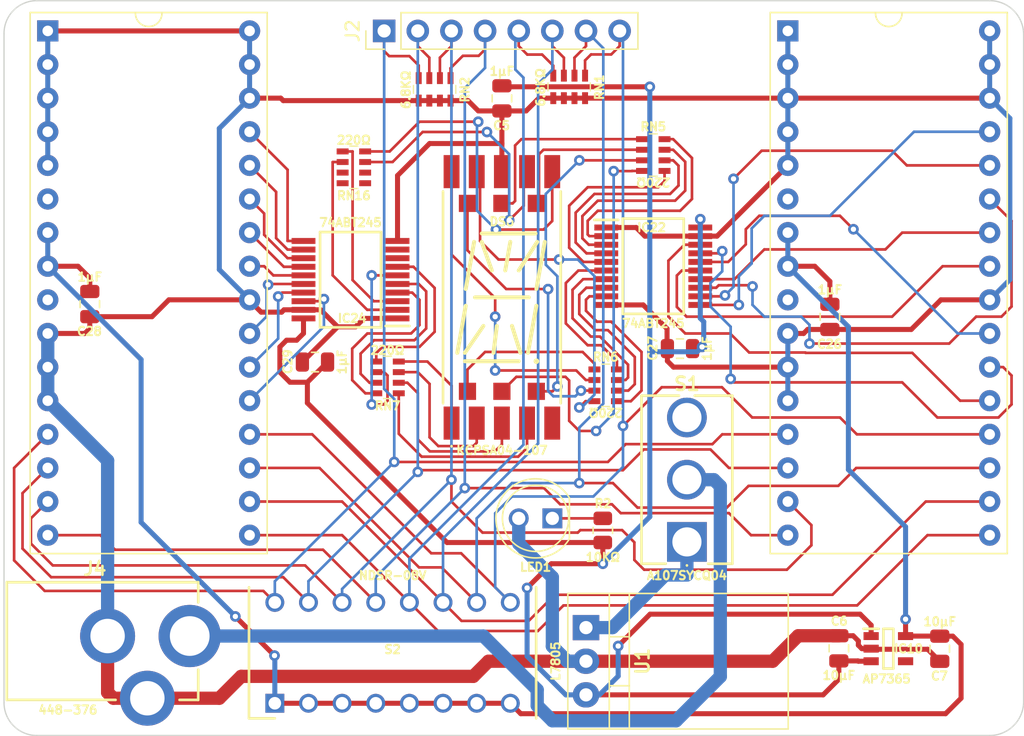
<source format=kicad_pcb>
(kicad_pcb (version 20241229) (generator "pcbnew") (generator_version "9.0")
  (title_block (title "LCD 14 Segment Tester") (date "2024-02-15") (rev "V0"))
  (layers (0 "F.Cu" signal) (2 "B.Cu" signal) (13 "F.Paste" user) (15 "B.Paste" user) (5 "F.SilkS" user "F.Silkscreen") (7 "B.SilkS" user "B.Silkscreen") (1 "F.Mask" user) (3 "B.Mask" user) (25 "Edge.Cuts" user))
  (net 0 "")
  (net 1 "/GND")
  (net 2 "/12V Socket")
  (net 3 "Net-(LED1-K)")
  (net 5 "/3.3V")
  (net 6 "/5V")
  (net 7 "OP1")
  (net 8 "OP3")
  (net 9 "OP5")
  (net 10 "OP7")
  (net 11 "OP6")
  (net 12 "OP4")
  (net 13 "OP2")
  (net 14 "OP0")
  (net 16 "/Left Opcode/LED Ω E-Seg")
  (net 18 "/Left Opcode/LED Ω K-Seg")
  (net 19 "/Left Opcode/LED Ω A-Seg")
  (net 20 "/Left Opcode/LED Ω F-Seg")
  (net 21 "/Left Opcode/LED Ω J-Seg")
  (net 22 "/Left Opcode/LED Ω B-Seg")
  (net 23 "/Left Opcode/LED Ω G-Seg")
  (net 24 "/Left Opcode/LED Ω N-Seg")
  (net 25 "/Left Opcode/LED Ω C-Seg")
  (net 26 "/Left Opcode/LED Ω D-Seg")
  (net 27 "/Left Opcode/LED Ω H-Seg")
  (net 28 "/Left Opcode/LED Ω L-Seg")
  (net 29 "/Left Opcode/LED Ω P-Seg")
  (net 30 "/Left Opcode/LED Ω M-Seg")
  (net 31 "Net-(IC21-DQ2)")
  (net 32 "Net-(IC21-DQ7)")
  (net 33 "Net-(IC21-DQ1)")
  (net 34 "Net-(IC21-DQ0)")
  (net 35 "Net-(IC21-DQ5)")
  (net 36 "Net-(IC21-DQ3)")
  (net 39 "Net-(IC21-DQ6)")
  (net 40 "Net-(IC21-DQ4)")
  (net 41 "/Left Opcode/LED A-Seg")
  (net 42 "/Left Opcode/LED G-Seg")
  (net 43 "/Left Opcode/LED B-Seg")
  (net 44 "/Left Opcode/LED C-Seg")
  (net 45 "/Left Opcode/LED E-Seg")
  (net 46 "/Left Opcode/LED D-Seg")
  (net 47 "/Left Opcode/LED F-Seg")
  (net 48 "/Left Opcode/LED H-Seg")
  (net 50 "Net-(IC23-DQ6)")
  (net 51 "Net-(IC23-DQ3)")
  (net 52 "Net-(IC23-DQ5)")
  (net 53 "Net-(IC23-DQ1)")
  (net 54 "Net-(IC23-DQ7)")
  (net 55 "Net-(IC23-DQ2)")
  (net 56 "Net-(IC23-DQ0)")
  (net 58 "Net-(IC23-DQ4)")
  (net 59 "/Left Opcode/LED P-Seg")
  (net 60 "/Left Opcode/LED J-Seg")
  (net 61 "/Left Opcode/LED K-Seg")
  (net 63 "/Left Opcode/LED M-Seg")
  (net 64 "/Left Opcode/LED N-Seg")
  (net 66 "/Left Opcode/LED L-Seg")
  (net 71 "/12V")
  (footprint "SamacSys_Parts:CAY16-F4" (layer "F.Cu") (at 46.99 -38.862 180)
    (property "Reference" "RN5")
    (property "Value" "CAY16-221J4LF" (hide yes))
  )
  (footprint "SamacSys_Parts:CAY16-F4" (layer "F.Cu") (at 26.924 -22.098)
    (property "Reference" "RN7")
    (property "Value" "CAY16-221J4LF" (hide yes))
  )
  (footprint "SamacSys_Parts:A107SYCQ04" (layer "F.Cu") (at 49.53 -9.652)
    (property "Reference" "S1")
    (property "Value" "A107SYCQ04")
  )
  (footprint "SamacSys_Parts:CAY16-J4" (layer "F.Cu") (at 30.48 -43.815 90)
    (property "Reference" "RN2")
    (property "Value" "CAY16-682J4LF" (hide yes))
  )
  (footprint "SamacSys_Parts:C_0805" (layer "F.Cu") (at 35.56 -43.18 180)
    (property "Reference" "C5")
    (property "Value" "1μF")
  )
  (footprint "SamacSys_Parts:R_0805" (layer "F.Cu") (at 43.19 -10.5175)
    (property "Reference" "R2")
    (property "Value" "10KΩ")
  )
  (footprint "SamacSys_Parts:448376" (layer "F.Cu") (at 0.762 -2.54 180)
    (property "Reference" "J4")
    (property "Value" "448-376")
  )
  (footprint "SamacSys_Parts:C_0805" (layer "F.Cu") (at 61.002 -1.595)
    (property "Reference" "C6")
    (property "Value" "10µF")
  )
  (footprint "SamacSys_Parts:TO-220-3_Vertical" (layer "F.Cu") (at 41.91 -3.175 -90)
    (property "Reference" "U1")
    (property "Value" "L7805")
  )
  (footprint "SamacSys_Parts:C_0805" (layer "F.Cu") (at 60.325 -26.67 180)
    (property "Reference" "C26")
    (property "Value" "1μF")
  )
  (footprint "SamacSys_Parts:SOT95P285X130-5N" (layer "F.Cu") (at 64.74 -1.585)
    (property "Reference" "IC10")
    (property "Value" "AP7365-33WG-7" (hide yes))
  )
  (footprint "SamacSys_Parts:DIPS762W77P254L2168H585Q16N" (layer "F.Cu") (at 18.415 2.54 90)
    (property "Reference" "S2")
    (property "Value" "NDSR-08V")
  )
  (footprint "SamacSys_Parts:C_0805" (layer "F.Cu") (at 4.445 -27.636 180)
    (property "Reference" "C28")
    (property "Value" "1μF")
  )
  (footprint "SamacSys_Parts:C_0805" (layer "F.Cu") (at 21.463 -23.241 90)
    (property "Reference" "C29")
    (property "Value" "1μF")
  )
  (footprint "SamacSys_Parts:C_0805" (layer "F.Cu") (at 68.622 -1.595 180)
    (property "Reference" "C7")
    (property "Value" "10µF")
  )
  (footprint "SamacSys_Parts:SOP65P780X200-20N" (layer "F.Cu") (at 46.99 -30.48)
    (property "Reference" "IC22")
    (property "Value" "SN74ABT245BDBR" (hide yes))
  )
  (footprint "SamacSys_Parts:CAY16-F4" (layer "F.Cu") (at 43.395 -21.463 180)
    (property "Reference" "RN6")
    (property "Value" "CAY16-221J4LF" (hide yes))
  )
  (footprint "SamacSys_Parts:C_0805" (layer "F.Cu") (at 49.022 -24.257 90)
    (property "Reference" "C27")
    (property "Value" "1μF")
  )
  (footprint "SamacSys_Parts:CAY16-F4" (layer "F.Cu") (at 24.384 -37.973)
    (property "Reference" "RN16")
    (property "Value" "CAY16-221J4LF" (hide yes))
  )
  (footprint "SamacSys_Parts:KCPSA04107" (layer "F.Cu") (at 35.56 -28.129)
    (property "Reference" "DS6")
    (property "Value" "KCPSA04-107" (hide yes))
  )
  (footprint "SamacSys_Parts:LED_D5.0mm" (layer "F.Cu") (at 39.37 -11.43 180)
    (property "Reference" "LED1")
    (property "Value" "Red")
  )
  (footprint "Connector_PinHeader_2.54mm:PinHeader_1x08_P2.54mm_Vertical" (layer "F.Cu") (at 26.67 -48.26 90)
    (property "Reference" "J2")
    (property "Value" "Conn_01x08_Pin")
  )
  (footprint "SamacSys_Parts:CAY16-J4" (layer "F.Cu") (at 40.64 -44.001 90)
    (property "Reference" "RN1")
    (property "Value" "CAY16-682J4LF" (hide yes))
  )
  (footprint "SamacSys_Parts:SOP65P780X200-20N" (layer "F.Cu") (at 24.13 -29.464 180)
    (property "Reference" "IC24")
    (property "Value" "SN74ABT245BDBR" (hide yes))
  )
  (footprint "SamacSys_Parts:DIP-32_TSSOP_14mm_Adapter" (layer "F.Cu") (at 57.15 -48.26)
    (property "Reference" "IC21" (hide yes))
    (property "Value" "SST39VF010-70-4I-WHE" (hide yes))
  )
  (footprint "SamacSys_Parts:DIP-32_TSSOP_14mm_Adapter" (layer "F.Cu") (at 1.27 -48.26)
    (property "Reference" "IC23" (hide yes))
    (property "Value" "SST39VF010-70-4I-WHE" (hide yes))
  )
  (gr_line (start -2.032 2.499415) (end -2.032 -48.0695) (stroke (width 0.1)) (layer "Edge.Cuts"))
  (gr_arc (start 72.39 -50.546) (mid 74.202249 -49.795339) (end 74.952915 -47.983085) (stroke (width 0.1)) (layer "Edge.Cuts"))
  (gr_arc (start 74.952915 2.413) (mid 74.202255 4.225255) (end 72.39 4.975915) (stroke (width 0.1)) (layer "Edge.Cuts"))
  (gr_arc (start 0.4445 4.975915) (mid -1.30665 4.250565) (end -2.032 2.499415) (stroke (width 0.1)) (layer "Edge.Cuts"))
  (gr_arc (start -2.032 -48.0695) (mid -1.30665 -49.82065) (end 0.4445 -50.546) (stroke (width 0.1)) (layer "Edge.Cuts"))
  (gr_line (start 0.4445 -50.546) (end 72.39 -50.546) (stroke (width 0.1)) (layer "Edge.Cuts"))
  (gr_line (start 74.952915 2.413) (end 74.952915 -47.983085) (stroke (width 0.1)) (layer "Edge.Cuts"))
  (gr_line (start 72.39 4.975915) (end 0.4445 4.975915) (stroke (width 0.1)) (layer "Edge.Cuts"))
  (segment (start 35.56 -39.751) (end 30.099 -39.751) (width 0.38) (layer "F.Cu") (net 1))
  (segment (start 50.54 -32.755) (end 51.805 -32.755) (width 0.38) (layer "F.Cu") (net 1))
  (segment (start 30.08 -42.994) (end 30.88 -42.994) (width 0.38) (layer "F.Cu") (net 1))
  (segment (start 56.007 -0.635) (end 57.933 -2.561) (width 1) (layer "F.Cu") (net 1))
  (segment (start 62.475 -1.845) (end 62.735 -1.585) (width 0.38) (layer "F.Cu") (net 1))
  (segment (start 20.58 -27.189) (end 19.1096 -27.189) (width 0.38) (layer "F.Cu") (net 1))
  (segment (start 16.51 -43.18) (end 18.864 -43.18) (width 0.38) (layer "F.Cu") (net 1))
  (segment (start 45.7028 -33.405) (end 46.3528 -32.755) (width 0.38) (layer "F.Cu") (net 1))
  (segment (start 34.544 -0.635) (end 41.91 -0.635) (width 1) (layer "F.Cu") (net 1))
  (segment (start 67.7129 -1.5381) (end 68.622 -0.629) (width 0.38) (layer "F.Cu") (net 1))
  (segment (start 41.84 -43.18) (end 57.15 -43.18) (width 0.38) (layer "F.Cu") (net 1))
  (segment (start 19.1096 -27.189) (end 18.9318 -27.0112) (width 0.38) (layer "F.Cu") (net 1))
  (segment (start 39.44 -43.18) (end 38.354 -43.18) (width 0.38) (layer "F.Cu") (net 1))
  (segment (start 41.04 -43.18) (end 41.84 -43.18) (width 0.38) (layer "F.Cu") (net 1))
  (segment (start 48.0297 -25.7573) (end 48.0297 -24.257) (width 0.38) (layer "F.Cu") (net 1))
  (segment (start 23.1584 -25.9024) (end 20.497 -23.241) (width 0.38) (layer "F.Cu") (net 1))
  (segment (start 43.44 -27.555) (end 46.232 -27.555) (width 0.38) (layer "F.Cu") (net 1))
  (segment (start 23.1584 -25.9024) (end 24.5094 -25.9024) (width 0.38) (layer "F.Cu") (net 1))
  (segment (start 46.3528 -32.755) (end 50.54 -32.755) (width 0.38) (layer "F.Cu") (net 1))
  (segment (start 46.232 -27.555) (end 48.0297 -25.7573) (width 0.38) (layer "F.Cu") (net 1))
  (segment (start 48.056 -23.318) (end 48.514 -22.86) (width 0.38) (layer "F.Cu") (net 1))
  (segment (start 66.471 -25.704) (end 60.325 -25.704) (width 0.38) (layer "F.Cu") (net 1))
  (segment (start 58.3417 -25.4) (end 58.6457 -25.704) (width 0.38) (layer "F.Cu") (net 1))
  (segment (start 61.002 -2.561) (end 62.082 -2.561) (width 0.38) (layer "F.Cu") (net 1))
  (segment (start 30.88 -42.994) (end 31.68 -42.994) (width 0.38) (layer "F.Cu") (net 1))
  (segment (start 4.064 -25.4) (end 4.445 -25.781) (width 0.38) (layer "F.Cu") (net 1))
  (segment (start 4.445 -25.781) (end 4.445 -26.67) (width 0.38) (layer "F.Cu") (net 1))
  (segment (start 21.8717 -27.189) (end 20.58 -27.189) (width 0.38) (layer "F.Cu") (net 1))
  (segment (start 10.414 -27.94) (end 9.144 -26.67) (width 0.38) (layer "F.Cu") (net 1))
  (segment (start 39.44 -43.18) (end 40.24 -43.18) (width 0.38) (layer "F.Cu") (net 1))
  (segment (start 72.39 -43.18) (end 57.15 -43.18) (width 0.38) (layer "F.Cu") (net 1))
  (segment (start 31.68 -42.994) (end 33.002 -42.994) (width 0.38) (layer "F.Cu") (net 1))
  (segment (start 68.707 -27.94) (end 66.471 -25.704) (width 0.38) (layer "F.Cu") (net 1))
  (segment (start 62.735 -1.585) (end 63.44 -1.585) (width 0.38) (layer "F.Cu") (net 1))
  (segment (start 43.44 -33.405) (end 45.7028 -33.405) (width 0.38) (layer "F.Cu") (net 1))
  (segment (start 1.27 -25.4) (end 4.064 -25.4) (width 0.38) (layer "F.Cu") (net 1))
  (segment (start 57.933 -2.561) (end 61.002 -2.561) (width 1) (layer "F.Cu") (net 1))
  (segment (start 24.5094 -25.9024) (end 25.146 -26.539) (width 0.38) (layer "F.Cu") (net 1))
  (segment (start 38.354 -43.18) (end 37.388 -42.214) (width 0.38) (layer "F.Cu") (net 1))
  (segment (start 30.099 -39.751) (end 27.68 -37.332) (width 0.38) (layer "F.Cu") (net 1))
  (segment (start 8.7888 2.16) (end 14.223 2.16) (width 1) (layer "F.Cu") (net 1))
  (segment (start 27.68 -26.539) (end 25.146 -26.539) (width 0.38) (layer "F.Cu") (net 1))
  (segment (start 37.388 -42.214) (end 35.56 -42.214) (width 0.38) (layer "F.Cu") (net 1))
  (segment (start 1.27 -48.26) (end 16.51 -48.26) (width 0.38) (layer "F.Cu") (net 1))
  (segment (start 27.68 -37.332) (end 27.68 -32.389) (width 0.38) (layer "F.Cu") (net 1))
  (segment (start 72.39 -27.94) (end 68.707 -27.94) (width 0.38) (layer "F.Cu") (net 1))
  (segment (start 5.788799 1.724799) (end 5.788799 -2.54) (width 1) (layer "F.Cu") (net 1))
  (segment (start 35.56 -42.214) (end 33.782 -42.214) (width 0.38) (layer "F.Cu") (net 1))
  (segment (start 29.28 -42.994) (end 30.08 -42.994) (width 0.38) (layer "F.Cu") (net 1))
  (segment (start 19.05 -42.994) (end 29.28 -42.994) (width 0.38) (layer "F.Cu") (net 1))
  (segment (start 35.56 -39.751) (end 35.56 -42.214) (width 0.38) (layer "F.Cu") (net 1))
  (segment (start 48.514 -22.86) (end 57.15 -22.86) (width 0.38) (layer "F.Cu") (net 1))
  (segment (start 35.56 -37.629) (end 35.56 -39.751) (width 0.38) (layer "F.Cu") (net 1))
  (segment (start 33.401 0.508) (end 34.544 -0.635) (width 1) (layer "F.Cu") (net 1))
  (segment (start 41.91 -0.635) (end 56.007 -0.635) (width 1) (layer "F.Cu") (net 1))
  (segment (start 8.7888 2.16) (end 6.224 2.16) (width 1) (layer "F.Cu") (net 1))
  (segment (start 16.452 -27.94) (end 10.414 -27.94) (width 0.38) (layer "F.Cu") (net 1))
  (segment (start 58.6457 -25.704) (end 60.325 -25.704) (width 0.38) (layer "F.Cu") (net 1))
  (segment (start 40.24 -43.18) (end 41.04 -43.18) (width 0.38) (layer "F.Cu") (net 1))
  (segment (start 18.864 -43.18) (end 19.05 -42.994) (width 0.38) (layer "F.Cu") (net 1))
  (segment (start 14.223 2.16) (end 15.875 0.508) (width 1) (layer "F.Cu") (net 1))
  (segment (start 17.3808 -27.0112) (end 16.452 -27.94) (width 0.38) (layer "F.Cu") (net 1))
  (segment (start 18.9318 -27.0112) (end 17.3808 -27.0112) (width 0.38) (layer "F.Cu") (net 1))
  (segment (start 6.224 2.16) (end 5.788799 1.724799) (width 1) (layer "F.Cu") (net 1))
  (segment (start 15.875 0.508) (end 33.401 0.508) (width 1) (layer "F.Cu") (net 1))
  (segment (start 51.805 -32.755) (end 57.15 -38.1) (width 0.38) (layer "F.Cu") (net 1))
  (segment (start 48.056 -24.257) (end 48.056 -23.318) (width 0.38) (layer "F.Cu") (net 1))
  (segment (start 62.475 -2.168) (end 62.475 -1.845) (width 0.38) (layer "F.Cu") (net 1))
  (segment (start 57.15 -25.4) (end 58.3417 -25.4) (width 0.38) (layer "F.Cu") (net 1))
  (segment (start 33.002 -42.994) (end 33.782 -42.214) (width 0.38) (layer "F.Cu") (net 1))
  (segment (start 62.082 -2.561) (end 62.475 -2.168) (width 0.38) (layer "F.Cu") (net 1))
  (segment (start 63.4869 -1.5381) (end 67.7129 -1.5381) (width 0.38) (layer "F.Cu") (net 1))
  (segment (start 23.1584 -25.9024) (end 21.8717 -27.189) (width 0.38) (layer "F.Cu") (net 1))
  (segment (start 9.144 -26.67) (end 4.445 -26.67) (width 0.38) (layer "F.Cu") (net 1))
  (segment (start 57.15 -43.18) (end 57.15 -45.72) (width 0.38) (layer "B.Cu") (net 1))
  (segment (start 39.37 -1.7625) (end 39.37 -6.985) (width 1) (layer "B.Cu") (net 1))
  (segment (start 72.39 -43.18) (end 73.914 -41.656) (width 0.38) (layer "B.Cu") (net 1))
  (segment (start 14.224 -30.226) (end 16.51 -27.94) (width 0.38) (layer "B.Cu") (net 1))
  (segment (start 72.39 -48.26) (end 72.39 -45.72) (width 0.38) (layer "B.Cu") (net 1))
  (segment (start 1.27 -22.86) (end 1.27 -25.4) (width 1) (layer "B.Cu") (net 1))
  (segment (start 5.788799 -15.801201) (end 1.27 -20.32) (width 1) (layer "B.Cu") (net 1))
  (segment (start 16.51 -45.72) (end 16.51 -43.18) (width 0.38) (layer "B.Cu") (net 1))
  (segment (start 57.15 -45.72) (end 57.15 -48.26) (width 0.38) (layer "B.Cu") (net 1))
  (segment (start 16.51 -48.26) (end 16.51 -45.72) (width 0.38) (layer "B.Cu") (net 1))
  (segment (start 57.15 -20.32) (end 57.15 -22.86) (width 0.38) (layer "B.Cu") (net 1))
  (segment (start 72.39 -45.72) (end 72.39 -43.18) (width 0.38) (layer "B.Cu") (net 1))
  (segment (start 1.27 -40.64) (end 1.27 -43.18) (width 0.38) (layer "B.Cu") (net 1))
  (segment (start 57.15 -38.1) (end 57.15 -40.64) (width 0.38) (layer "B.Cu") (net 1))
  (segment (start 73.914 -29.464) (end 72.39 -27.94) (width 0.38) (layer "B.Cu") (net 1))
  (segment (start 5.788799 -2.54) (end 5.788799 -15.801201) (width 1) (layer "B.Cu") (net 1))
  (segment (start 1.27 -45.72) (end 1.27 -48.26) (width 0.38) (layer "B.Cu") (net 1))
  (segment (start 16.51 -43.18) (end 14.224 -40.894) (width 0.38) (layer "B.Cu") (net 1))
  (segment (start 40.4975 -0.635) (end 39.37 -1.7625) (width 1) (layer "B.Cu") (net 1))
  (segment (start 57.15 -40.64) (end 57.15 -43.18) (width 0.38) (layer "B.Cu") (net 1))
  (segment (start 1.27 -43.18) (end 1.27 -45.72) (width 0.38) (layer "B.Cu") (net 1))
  (segment (start 14.224 -40.894) (end 14.224 -30.226) (width 0.38) (layer "B.Cu") (net 1))
  (segment (start 39.37 -6.985) (end 36.83 -9.525) (width 1) (layer "B.Cu") (net 1))
  (segment (start 36.83 -9.525) (end 36.83 -11.43) (width 1) (layer "B.Cu") (net 1))
  (segment (start 41.91 -0.635) (end 40.4975 -0.635) (width 1) (layer "B.Cu") (net 1))
  (segment (start 57.15 -22.86) (end 57.15 -25.4) (width 0.38) (layer "B.Cu") (net 1))
  (segment (start 1.27 -20.32) (end 1.27 -22.86) (width 1) (layer "B.Cu") (net 1))
  (segment (start 1.27 -38.1) (end 1.27 -40.64) (width 0.38) (layer "B.Cu") (net 1))
  (segment (start 73.914 -41.656) (end 73.914 -29.464) (width 0.38) (layer "B.Cu") (net 1))
  (segment (start 38.227 1.524) (end 38.227 2.7183) (width 1) (layer "B.Cu") (net 2))
  (segment (start 52.0522 -13.8608) (end 51.562 -14.351) (width 1) (layer "B.Cu") (net 2))
  (segment (start 52.0522 0.5258) (end 52.0522 -13.8608) (width 1) (layer "B.Cu") (net 2))
  (segment (start 38.227 2.7183) (end 39.37 3.8613) (width 1) (layer "B.Cu") (net 2))
  (segment (start 39.37 3.8613) (end 48.7167 3.8613) (width 1) (layer "B.Cu") (net 2))
  (segment (start 48.7167 3.8613) (end 52.0522 0.5258) (width 1) (layer "B.Cu") (net 2))
  (segment (start 34.163 -2.54) (end 38.227 1.524) (width 1) (layer "B.Cu") (net 2))
  (segment (start 51.562 -14.351) (end 49.53 -14.351) (width 1) (layer "B.Cu") (net 2))
  (segment (start 11.9888 -2.54) (end 34.163 -2.54) (width 1) (layer "B.Cu") (net 2))
  (segment (start 39.37 -11.43) (end 43.18 -11.43) (width 0.2) (layer "F.Cu") (net 3))
  (segment (start 70.231 2.159) (end 69.0616 3.3284) (width 0.38) (layer "F.Cu") (net 5))
  (segment (start 70.231 -1.905) (end 70.231 2.159) (width 0.38) (layer "F.Cu") (net 5))
  (segment (start 66.04 -2.535) (end 68.616 -2.535) (width 0.38) (layer "F.Cu") (net 5))
  (segment (start 33.655 2.54) (end 36.195 2.54) (width 0.38) (layer "F.Cu") (net 5))
  (segment (start 3.556 -30.48) (end 4.445 -29.591) (width 0.38) (layer "F.Cu") (net 5))
  (segment (start 20.955 2.54) (end 18.415 2.54) (width 0.38) (layer "F.Cu") (net 5))
  (segment (start 60.325 -29.337) (end 60.325 -27.604) (width 0.38) (layer "F.Cu") (net 5))
  (segment (start 33.655 2.54) (end 31.115 2.54) (width 0.38) (layer "F.Cu") (net 5))
  (segment (start 31.115 2.54) (end 28.575 2.54) (width 0.38) (layer "F.Cu") (net 5))
  (segment (start 18.3911 -1.0618) (end 15.4347 -4.0182) (width 0.38) (layer "F.Cu") (net 5))
  (segment (start 36.9834 3.3284) (end 36.195 2.54) (width 0.38) (layer "F.Cu") (net 5))
  (segment (start 69.607 -2.529) (end 70.231 -1.905) (width 0.38) (layer "F.Cu") (net 5))
  (segment (start 59.182 -30.48) (end 60.325 -29.337) (width 0.38) (layer "F.Cu") (net 5))
  (segment (start 26.035 2.54) (end 23.495 2.54) (width 0.38) (layer "F.Cu") (net 5))
  (segment (start 1.27 -30.48) (end 3.556 -30.48) (width 0.38) (layer "F.Cu") (net 5))
  (segment (start 68.622 -2.529) (end 69.607 -2.529) (width 0.38) (layer "F.Cu") (net 5))
  (segment (start 23.495 2.54) (end 20.955 2.54) (width 0.38) (layer "F.Cu") (net 5))
  (segment (start 66.04 -2.535) (end 66.04 -3.81) (width 0.38) (layer "F.Cu") (net 5))
  (segment (start 57.15 -30.48) (end 59.182 -30.48) (width 0.38) (layer "F.Cu") (net 5))
  (segment (start 69.0616 3.3284) (end 36.9834 3.3284) (width 0.38) (layer "F.Cu") (net 5))
  (segment (start 4.445 -29.591) (end 4.445 -28.57) (width 0.38) (layer "F.Cu") (net 5))
  (segment (start 28.575 2.54) (end 26.035 2.54) (width 0.38) (layer "F.Cu") (net 5))
  (via (at 18.3911 -1.0618) (size 0.8) (drill 0.4) (layers "F.Cu" "B.Cu") (net 5))
  (via (at 66.04 -3.81) (size 0.8) (drill 0.4) (layers "F.Cu" "B.Cu") (net 5))
  (via (at 15.4347 -4.0182) (size 0.8) (drill 0.4) (layers "F.Cu" "B.Cu") (net 5))
  (segment (start 1.27 -30.48) (end 8.3185 -23.4315) (width 0.38) (layer "B.Cu") (net 5))
  (segment (start 57.15 -30.48) (end 61.722 -25.908) (width 0.38) (layer "B.Cu") (net 5))
  (segment (start 57.15 -30.48) (end 57.15 -33.02) (width 0.38) (layer "B.Cu") (net 5))
  (segment (start 18.415 -1.0379) (end 18.3911 -1.0618) (width 0.38) (layer "B.Cu") (net 5))
  (segment (start 61.722 -25.908) (end 61.722 -15.113) (width 0.38) (layer "B.Cu") (net 5))
  (segment (start 61.722 -15.113) (end 66.04 -10.795) (width 0.38) (layer "B.Cu") (net 5))
  (segment (start 66.04 -10.795) (end 66.04 -3.81) (width 0.38) (layer "B.Cu") (net 5))
  (segment (start 18.415 2.54) (end 18.415 -1.0379) (width 0.38) (layer "B.Cu") (net 5))
  (segment (start 1.27 -33.02) (end 1.27 -30.48) (width 0.38) (layer "B.Cu") (net 5))
  (segment (start 8.3185 -23.4315) (end 8.3185 -11.1344) (width 0.38) (layer "B.Cu") (net 5))
  (segment (start 8.3185 -11.1344) (end 15.4347 -4.0182) (width 0.38) (layer "B.Cu") (net 5))
  (segment (start 61.002 -0.661) (end 61.002 0.72) (width 0.38) (layer "F.Cu") (net 6))
  (segment (start 35.6357 -44.0383) (end 46.7279 -44.0383) (width 0.38) (layer "F.Cu") (net 6))
  (segment (start 61.002 0.72) (end 59.817 1.905) (width 0.38) (layer "F.Cu") (net 6))
  (segment (start 43.18 -9.605) (end 31.416 -9.605) (width 0.38) (layer "F.Cu") (net 6))
  (segment (start 20.873 -21.717) (end 19.558 -21.717) (width 0.38) (layer "F.Cu") (net 6))
  (segment (start 22.397 -23.241) (end 20.873 -21.717) (width 0.38) (layer "F.Cu") (net 6))
  (segment (start 37.4628 -6.1721) (end 39.2917 -8.001) (width 0.38) (layer "F.Cu") (net 6))
  (segment (start 63.44 -2.535) (end 63.44 -3.362) (width 0.38) (layer "F.Cu") (net 6))
  (segment (start 31.416 -9.605) (end 20.873 -20.148) (width 0.38) (layer "F.Cu") (net 6))
  (segment (start 62.4473 -0.661) (end 62.4733 -0.635) (width 0.38) (layer "F.Cu") (net 6))
  (segment (start 20.066 -24.892) (end 20.58 -25.406) (width 0.38) (layer "F.Cu") (net 6))
  (segment (start 19.558 -21.717) (end 18.796 -22.479) (width 0.38) (layer "F.Cu") (net 6))
  (segment (start 20.873 -20.148) (end 20.873 -21.717) (width 0.38) (layer "F.Cu") (net 6))
  (segment (start 62.4733 -0.635) (end 63.44 -0.635) (width 0.38) (layer "F.Cu") (net 6))
  (segment (start 18.796 -24.384) (end 19.304 -24.892) (width 0.38) (layer "F.Cu") (net 6))
  (segment (start 19.304 -24.892) (end 20.066 -24.892) (width 0.38) (layer "F.Cu") (net 6))
  (segment (start 39.2917 -8.001) (end 43.18 -8.001) (width 0.38) (layer "F.Cu") (net 6))
  (segment (start 50.54 -33.405) (end 50.54 -34.036) (width 0.38) (layer "F.Cu") (net 6))
  (segment (start 49.956 -24.257) (end 50.545996 -24.257) (width 0.38) (layer "F.Cu") (net 6))
  (segment (start 18.796 -22.479) (end 18.796 -24.384) (width 0.38) (layer "F.Cu") (net 6))
  (segment (start 61.002 -0.661) (end 62.4473 -0.661) (width 0.38) (layer "F.Cu") (net 6))
  (segment (start 50.545996 -24.257) (end 50.673 -24.384004) (width 0.38) (layer "F.Cu") (net 6))
  (segment (start 63.44 -3.362) (end 62.611 -4.191) (width 0.38) (layer "F.Cu") (net 6))
  (segment (start 46.7461 -4.191) (end 44.3401 -1.785) (width 0.38) (layer "F.Cu") (net 6))
  (segment (start 43.18 -9.605) (end 43.18 -8.001) (width 0.38) (layer "F.Cu") (net 6))
  (segment (start 20.58 -25.406) (end 20.58 -26.539) (width 0.38) (layer "F.Cu") (net 6))
  (segment (start 62.611 -4.191) (end 46.7461 -4.191) (width 0.38) (layer "F.Cu") (net 6))
  (segment (start 59.817 1.905) (end 41.91 1.905) (width 0.38) (layer "F.Cu") (net 6))
  (via (at 44.3401 -1.785) (size 0.8) (drill 0.4) (layers "F.Cu" "B.Cu") (net 6))
  (via (at 37.4628 -6.1721) (size 0.8) (drill 0.4) (layers "F.Cu" "B.Cu") (net 6))
  (via (at 46.7279 -44.0383) (size 0.8) (drill 0.4) (layers "F.Cu" "B.Cu") (net 6))
  (via (at 50.673 -24.384004) (size 0.8) (drill 0.4) (layers "F.Cu" "B.Cu") (net 6))
  (via (at 50.54 -34.036) (size 0.8) (drill 0.4) (layers "F.Cu" "B.Cu") (net 6))
  (via (at 43.18 -8.001) (size 0.8) (drill 0.4) (layers "F.Cu" "B.Cu") (net 6))
  (segment (start 40.386 1.905) (end 42.926 1.905) (width 0.38) (layer "B.Cu") (net 6))
  (segment (start 46.7279 -24.0165) (end 46.7279 -44.0383) (width 0.38) (layer "B.Cu") (net 6))
  (segment (start 50.54 -34.036) (end 50.54 -26.549) (width 0.38) (layer "B.Cu") (net 6))
  (segment (start 50.305496 -24.0165) (end 50.673 -24.384004) (width 0.38) (layer "B.Cu") (net 6))
  (segment (start 50.673 -24.384004) (end 50.8 -24.511004) (width 0.38) (layer "B.Cu") (net 6))
  (segment (start 37.4628 -6.1721) (end 37.4628 -1.0182) (width 0.38) (layer "B.Cu") (net 6))
  (segment (start 46.7279 -24.0165) (end 50.305496 -24.0165) (width 0.38) (layer "B.Cu") (net 6))
  (segment (start 46.7279 -11.5489) (end 43.18 -8.001) (width 0.38) (layer "B.Cu") (net 6))
  (segment (start 50.54 -26.549) (end 50.8 -26.289) (width 0.38) (layer "B.Cu") (net 6))
  (segment (start 44.3401 0.4909) (end 44.3401 -1.785) (width 0.38) (layer "B.Cu") (net 6))
  (segment (start 50.8 -24.511004) (end 50.8 -26.289) (width 0.38) (layer "B.Cu") (net 6))
  (segment (start 42.926 1.905) (end 44.3401 0.4909) (width 0.38) (layer "B.Cu") (net 6))
  (segment (start 46.7279 -24.0165) (end 46.7279 -11.5489) (width 0.38) (layer "B.Cu") (net 6))
  (segment (start 37.4628 -1.0182) (end 40.386 1.905) (width 0.38) (layer "B.Cu") (net 6))
  (segment (start 21.7874 -15.24) (end 29.3021 -7.7253) (width 0.2) (layer "F.Cu") (net 7))
  (segment (start 41.91 -47.1083) (end 41.04 -46.2383) (width 0.2) (layer "F.Cu") (net 7))
  (segment (start 60.96 -13.885) (end 54.185 -13.885) (width 0.2) (layer "F.Cu") (net 7))
  (segment (start 29.3021 -7.7253) (end 31.0097 -7.7253) (width 0.2) (layer "F.Cu") (net 7))
  (segment (start 43.942 -14.097) (end 41.402 -14.097) (width 0.2) (layer "F.Cu") (net 7))
  (segment (start 72.39 -15.24) (end 62.315 -15.24) (width 0.2) (layer "F.Cu") (net 7))
  (segment (start 41.04 -46.2383) (end 41.04 -44.88) (width 0.2) (layer "F.Cu") (net 7))
  (segment (start 62.315 -15.24) (end 60.96 -13.885) (width 0.2) (layer "F.Cu") (net 7))
  (segment (start 52.5426 -12.2426) (end 45.7964 -12.2426) (width 0.2) (layer "F.Cu") (net 7))
  (segment (start 31.0097 -7.7253) (end 33.655 -5.08) (width 0.2) (layer "F.Cu") (net 7))
  (segment (start 45.7964 -12.2426) (end 43.942 -14.097) (width 0.2) (layer "F.Cu") (net 7))
  (segment (start 16.51 -15.24) (end 21.7874 -15.24) (width 0.2) (layer "F.Cu") (net 7))
  (segment (start 54.185 -13.885) (end 52.5426 -12.2426) (width 0.2) (layer "F.Cu") (net 7))
  (segment (start 41.91 -48.26) (end 41.91 -47.1083) (width 0.2) (layer "F.Cu") (net 7))
  (via (at 41.402 -14.097) (size 0.8) (drill 0.4) (layers "F.Cu" "B.Cu") (net 7))
  (segment (start 36.322 -14.097) (end 41.402 -14.097) (width 0.2) (layer "B.Cu") (net 7))
  (segment (start 33.655 -11.43) (end 36.322 -14.097) (width 0.2) (layer "B.Cu") (net 7))
  (segment (start 41.91 -48.26) (end 43.215127 -46.954873) (width 0.2) (layer "B.Cu") (net 7))
  (segment (start 43.215127 -20.101127) (end 41.402 -18.288) (width 0.2) (layer "B.Cu") (net 7))
  (segment (start 33.655 -5.08) (end 33.655 -11.43) (width 0.2) (layer "B.Cu") (net 7))
  (segment (start 41.402 -18.288) (end 41.402 -14.097) (width 0.2) (layer "B.Cu") (net 7))
  (segment (start 43.215127 -46.954873) (end 43.215127 -20.101127) (width 0.2) (layer "B.Cu") (net 7))
  (segment (start 37.47415 -46.47285) (end 38.59885 -46.47285) (width 0.2) (layer "F.Cu") (net 8))
  (segment (start 62.383 -4.852) (end 67.691 -10.16) (width 0.2) (layer "F.Cu") (net 8))
  (segment (start 38.59885 -46.47285) (end 39.44 -45.6317) (width 0.2) (layer "F.Cu") (net 8))
  (segment (start 67.691 -10.16) (end 72.39 -10.16) (width 0.2) (layer "F.Cu") (net 8))
  (segment (start 30.734 -2.921) (end 38.2777 -2.921) (width 0.2) (layer "F.Cu") (net 8))
  (segment (start 16.51 -10.16) (end 23.495 -10.16) (width 0.2) (layer "F.Cu") (net 8))
  (segment (start 36.83 -47.117) (end 37.47415 -46.47285) (width 0.2) (layer "F.Cu") (net 8))
  (segment (start 40.2087 -4.852) (end 62.383 -4.852) (width 0.2) (layer "F.Cu") (net 8))
  (segment (start 36.83 -48.26) (end 36.83 -47.117) (width 0.2) (layer "F.Cu") (net 8))
  (segment (start 23.495 -10.16) (end 28.575 -5.08) (width 0.2) (layer "F.Cu") (net 8))
  (segment (start 39.44 -45.6317) (end 39.44 -44.88) (width 0.2) (layer "F.Cu") (net 8))
  (segment (start 28.575 -5.08) (end 30.734 -2.921) (width 0.2) (layer "F.Cu") (net 8))
  (segment (start 38.2777 -2.921) (end 40.2087 -4.852) (width 0.2) (layer "F.Cu") (net 8))
  (segment (start 37.1855 -44.7295) (end 36.576 -45.339) (width 0.2) (layer "B.Cu") (net 8))
  (segment (start 28.575 -8.382) (end 37.1855 -16.9925) (width 0.2) (layer "B.Cu") (net 8))
  (segment (start 37.1855 -16.9925) (end 37.1855 -44.7295) (width 0.2) (layer "B.Cu") (net 8))
  (segment (start 36.576 -45.339) (end 36.576 -48.006) (width 0.2) (layer "B.Cu") (net 8))
  (segment (start 28.575 -5.08) (end 28.575 -8.382) (width 0.2) (layer "B.Cu") (net 8))
  (segment (start 30.88 -46.2383) (end 30.88 -44.694) (width 0.2) (layer "F.Cu") (net 9))
  (segment (start 23.495 -5.08) (end 20.701 -7.874) (width 0.2) (layer "F.Cu") (net 9))
  (segment (start 58.928 -9.398) (end 57.0803 -7.5503) (width 0.2) (layer "F.Cu") (net 9))
  (segment (start 34.0959 -10.3541) (end 31.75 -12.7) (width 0.2) (layer "F.Cu") (net 9))
  (segment (start 31.75 -12.7) (end 31.75 -14.351) (width 0.2) (layer "F.Cu") (net 9))
  (segment (start 0 -9.525) (end 0 -11.43) (width 0.2) (layer "F.Cu") (net 9))
  (segment (start 0 -11.43) (end 1.27 -12.7) (width 0.2) (layer "F.Cu") (net 9))
  (segment (start 31.75 -47.1083) (end 30.88 -46.2383) (width 0.2) (layer "F.Cu") (net 9))
  (segment (start 45.5614 -8.2866) (end 45.5614 -9.6204) (width 0.2) (layer "F.Cu") (net 9))
  (segment (start 31.75 -48.26) (end 31.75 -47.1083) (width 0.2) (layer "F.Cu") (net 9))
  (segment (start 58.928 -10.922) (end 58.928 -9.398) (width 0.2) (layer "F.Cu") (net 9))
  (segment (start 57.0803 -7.5503) (end 46.2977 -7.5503) (width 0.2) (layer "F.Cu") (net 9))
  (segment (start 20.701 -7.874) (end 1.651 -7.874) (width 0.2) (layer "F.Cu") (net 9))
  (segment (start 44.6408 -10.541) (end 41.4795 -10.541) (width 0.2) (layer "F.Cu") (net 9))
  (segment (start 57.15 -12.7) (end 58.928 -10.922) (width 0.2) (layer "F.Cu") (net 9))
  (segment (start 45.5614 -9.6204) (end 44.6408 -10.541) (width 0.2) (layer "F.Cu") (net 9))
  (segment (start 41.2926 -10.3541) (end 34.0959 -10.3541) (width 0.2) (layer "F.Cu") (net 9))
  (segment (start 46.2977 -7.5503) (end 45.5614 -8.2866) (width 0.2) (layer "F.Cu") (net 9))
  (segment (start 41.4795 -10.541) (end 41.2926 -10.3541) (width 0.2) (layer "F.Cu") (net 9))
  (segment (start 1.651 -7.874) (end 0 -9.525) (width 0.2) (layer "F.Cu") (net 9))
  (via (at 31.75 -14.351) (size 0.8) (drill 0.4) (layers "F.Cu" "B.Cu") (net 9))
  (segment (start 31.75 -48.26) (end 31.75 -14.351) (width 0.2) (layer "B.Cu") (net 9))
  (segment (start 23.495 -6.096) (end 31.75 -14.351) (width 0.2) (layer "B.Cu") (net 9))
  (segment (start 23.495 -5.08) (end 23.495 -6.096) (width 0.2) (layer "B.Cu") (net 9))
  (segment (start 1.037 -5.948) (end 17.547 -5.948) (width 0.2) (layer "F.Cu") (net 10))
  (segment (start 43.561 -15.691) (end 44.907 -17.037) (width 0.2) (layer "F.Cu") (net 10))
  (segment (start 27.051 -46.355) (end 28.575 -46.355) (width 0.2) (layer "F.Cu") (net 10))
  (segment (start -1.27 -15.24) (end -1.27 -8.255) (width 0.2) (layer "F.Cu") (net 10))
  (segment (start 27.432 -15.691) (end 43.561 -15.691) (width 0.2) (layer "F.Cu") (net 10))
  (segment (start 51.454 -17.037) (end 52.197 -17.78) (width 0.2) (layer "F.Cu") (net 10))
  (segment (start 29.28 -45.65) (end 29.28 -44.694) (width 0.2) (layer "F.Cu") (net 10))
  (segment (start 28.575 -46.355) (end 29.28 -45.65) (width 0.2) (layer "F.Cu") (net 10))
  (segment (start 52.197 -17.78) (end 57.15 -17.78) (width 0.2) (layer "F.Cu") (net 10))
  (segment (start 26.67 -46.736) (end 27.051 -46.355) (width 0.2) (layer "F.Cu") (net 10))
  (segment (start 1.27 -17.78) (end -1.27 -15.24) (width 0.2) (layer "F.Cu") (net 10))
  (segment (start 17.547 -5.948) (end 18.415 -5.08) (width 0.2) (layer "F.Cu") (net 10))
  (segment (start 26.67 -48.26) (end 26.67 -46.736) (width 0.2) (layer "F.Cu") (net 10))
  (segment (start -1.27 -8.255) (end 1.037 -5.948) (width 0.2) (layer "F.Cu") (net 10))
  (segment (start 44.907 -17.037) (end 51.454 -17.037) (width 0.2) (layer "F.Cu") (net 10))
  (via (at 27.432 -15.691) (size 0.8) (drill 0.4) (layers "F.Cu" "B.Cu") (net 10))
  (segment (start 18.415 -5.08) (end 18.415 -6.674) (width 0.2) (layer "B.Cu") (net 10))
  (segment (start 26.67 -21.209) (end 27.432 -20.447) (width 0.2) (layer "B.Cu") (net 10))
  (segment (start 27.432 -20.447) (end 27.432 -15.691) (width 0.2) (layer "B.Cu") (net 10))
  (segment (start 18.415 -6.674) (end 27.432 -15.691) (width 0.2) (layer "B.Cu") (net 10))
  (segment (start 26.67 -48.26) (end 26.67 -21.209) (width 0.2) (layer "B.Cu") (net 10))
  (segment (start 57.15 -15.24) (end 52.705 -15.24) (width 0.2) (layer "F.Cu") (net 11))
  (segment (start 29.3408 -15.0718) (end 29.21 -14.941) (width 0.2) (layer "F.Cu") (net 11))
  (segment (start 20.955 -5.08) (end 19.05 -6.985) (width 0.2) (layer "F.Cu") (net 11))
  (segment (start 30.08 -46.2383) (end 30.08 -44.694) (width 0.2) (layer "F.Cu") (net 11))
  (segment (start -0.635 -9.144) (end -0.635 -13.335) (width 0.2) (layer "F.Cu") (net 11))
  (segment (start 29.21 -48.26) (end 29.21 -47.1083) (width 0.2) (layer "F.Cu") (net 11))
  (segment (start 19.05 -6.985) (end 1.524 -6.985) (width 0.2) (layer "F.Cu") (net 11))
  (segment (start 52.705 -15.24) (end 51.308 -16.637) (width 0.2) (layer "F.Cu") (net 11))
  (segment (start 29.21 -47.1083) (end 30.08 -46.2383) (width 0.2) (layer "F.Cu") (net 11))
  (segment (start 51.308 -16.637) (end 46.2692 -16.637) (width 0.2) (layer "F.Cu") (net 11))
  (segment (start 1.524 -6.985) (end -0.635 -9.144) (width 0.2) (layer "F.Cu") (net 11))
  (segment (start 44.704 -15.0718) (end 29.3408 -15.0718) (width 0.2) (layer "F.Cu") (net 11))
  (segment (start 46.2692 -16.637) (end 44.704 -15.0718) (width 0.2) (layer "F.Cu") (net 11))
  (segment (start -0.635 -13.335) (end 1.27 -15.24) (width 0.2) (layer "F.Cu") (net 11))
  (via (at 29.21 -14.941) (size 0.8) (drill 0.4) (layers "F.Cu" "B.Cu") (net 11))
  (segment (start 20.955 -5.08) (end 20.955 -6.686) (width 0.2) (layer "B.Cu") (net 11))
  (segment (start 29.21 -48.26) (end 29.21 -14.941) (width 0.2) (layer "B.Cu") (net 11))
  (segment (start 20.955 -6.686) (end 29.21 -14.941) (width 0.2) (layer "B.Cu") (net 11))
  (segment (start 44.5364 -11.8248) (end 43.8696 -12.4916) (width 0.2) (layer "F.Cu") (net 12))
  (segment (start 34.29 -46.863) (end 33.80685 -46.37985) (width 0.2) (layer "F.Cu") (net 12))
  (segment (start 39.9594 -12.4916) (end 38.735 -13.716) (width 0.2) (layer "F.Cu") (net 12))
  (segment (start 32.61415 -46.37985) (end 31.68 -45.4457) (width 0.2) (layer "F.Cu") (net 12))
  (segment (start 33.80685 -46.37985) (end 32.61415 -46.37985) (width 0.2) (layer "F.Cu") (net 12))
  (segment (start 38.735 -13.716) (end 32.758801 -13.716) (width 0.2) (layer "F.Cu") (net 12))
  (segment (start 43.8696 -12.4916) (end 39.9594 -12.4916) (width 0.2) (layer "F.Cu") (net 12))
  (segment (start 54.3698 -10.16) (end 52.705 -11.8248) (width 0.2) (layer "F.Cu") (net 12))
  (segment (start 34.29 -48.26) (end 34.29 -46.863) (width 0.2) (layer "F.Cu") (net 12))
  (segment (start 1.27 -10.16) (end 5.24985 -10.16) (width 0.2) (layer "F.Cu") (net 12))
  (segment (start 52.705 -11.8248) (end 44.5364 -11.8248) (width 0.2) (layer "F.Cu") (net 12))
  (segment (start 6.35155 -9.0583) (end 22.0567 -9.0583) (width 0.2) (layer "F.Cu") (net 12))
  (segment (start 31.68 -45.4457) (end 31.68 -44.694) (width 0.2) (layer "F.Cu") (net 12))
  (segment (start 5.24985 -10.16) (end 6.35155 -9.0583) (width 0.2) (layer "F.Cu") (net 12))
  (segment (start 57.15 -10.16) (end 54.3698 -10.16) (width 0.2) (layer "F.Cu") (net 12))
  (segment (start 22.0567 -9.0583) (end 26.035 -5.08) (width 0.2) (layer "F.Cu") (net 12))
  (via (at 32.758801 -13.716) (size 0.8) (drill 0.4) (layers "F.Cu" "B.Cu") (net 12))
  (segment (start 34.29 -45.466) (end 32.758801 -43.934801) (width 0.2) (layer "B.Cu") (net 12))
  (segment (start 32.758801 -43.934801) (end 32.758801 -13.716) (width 0.2) (layer "B.Cu") (net 12))
  (segment (start 34.29 -48.26) (end 34.29 -45.466) (width 0.2) (layer "B.Cu") (net 12))
  (segment (start 26.035 -6.992199) (end 32.758801 -13.716) (width 0.2) (layer "B.Cu") (net 12))
  (segment (start 26.035 -5.08) (end 26.035 -6.992199) (width 0.2) (layer "B.Cu") (net 12))
  (segment (start 40.24 -46.2383) (end 40.24 -44.88) (width 0.2) (layer "F.Cu") (net 13))
  (segment (start 39.37 -47.1083) (end 40.24 -46.2383) (width 0.2) (layer "F.Cu") (net 13))
  (segment (start 23.495 -12.7) (end 31.115 -5.08) (width 0.2) (layer "F.Cu") (net 13))
  (segment (start 32.512 -3.683) (end 37.5819 -3.683) (width 0.2) (layer "F.Cu") (net 13))
  (segment (start 60.5203 -5.6563) (end 67.564 -12.7) (width 0.2) (layer "F.Cu") (net 13))
  (segment (start 16.51 -12.7) (end 23.495 -12.7) (width 0.2) (layer "F.Cu") (net 13))
  (segment (start 39.5552 -5.6563) (end 60.5203 -5.6563) (width 0.2) (layer "F.Cu") (net 13))
  (segment (start 37.5819 -3.683) (end 39.5552 -5.6563) (width 0.2) (layer "F.Cu") (net 13))
  (segment (start 67.564 -12.7) (end 72.39 -12.7) (width 0.2) (layer "F.Cu") (net 13))
  (segment (start 39.37 -48.26) (end 39.37 -47.1083) (width 0.2) (layer "F.Cu") (net 13))
  (segment (start 31.115 -5.08) (end 32.512 -3.683) (width 0.2) (layer "F.Cu") (net 13))
  (segment (start 31.115 -9.906) (end 31.115 -5.08) (width 0.2) (layer "B.Cu") (net 13))
  (segment (start 38.2946 -17.0856) (end 31.115 -9.906) (width 0.2) (layer "B.Cu") (net 13))
  (segment (start 39.37 -45.339) (end 38.2946 -44.2636) (width 0.2) (layer "B.Cu") (net 13))
  (segment (start 39.37 -48.26) (end 39.37 -45.339) (width 0.2) (layer "B.Cu") (net 13))
  (segment (start 38.2946 -44.2636) (end 38.2946 -17.0856) (width 0.2) (layer "B.Cu") (net 13))
  (segment (start 54.459675 -19.0515) (end 52.175175 -21.336) (width 0.2) (layer "F.Cu") (net 14))
  (segment (start 61.087 -19.0515) (end 54.459675 -19.0515) (width 0.2) (layer "F.Cu") (net 14))
  (segment (start 62.3585 -17.78) (end 61.087 -19.0515) (width 0.2) (layer "F.Cu") (net 14))
  (segment (start 52.175175 -21.336) (end 47.625 -21.336) (width 0.2) (layer "F.Cu") (net 14))
  (segment (start 41.84 -46.031) (end 41.84 -44.88) (width 0.2) (layer "F.Cu") (net 14))
  (segment (start 44.450001 -48.26) (end 44.450001 -47.117001) (width 0.2) (layer "F.Cu") (net 14))
  (segment (start 44.450001 -47.117001) (end 43.815 -46.482) (width 0.2) (layer "F.Cu") (net 14))
  (segment (start 21.2378 -17.78) (end 30.226 -8.7918) (width 0.2) (layer "F.Cu") (net 14))
  (segment (start 72.39 -17.78) (end 62.3585 -17.78) (width 0.2) (layer "F.Cu") (net 14))
  (segment (start 32.4832 -8.7918) (end 36.195 -5.08) (width 0.2) (layer "F.Cu") (net 14))
  (segment (start 16.51 -17.78) (end 21.2378 -17.78) (width 0.2) (layer "F.Cu") (net 14))
  (segment (start 43.815 -46.482) (end 42.291 -46.482) (width 0.2) (layer "F.Cu") (net 14))
  (segment (start 30.226 -8.7918) (end 32.4832 -8.7918) (width 0.2) (layer "F.Cu") (net 14))
  (segment (start 42.291 -46.482) (end 41.84 -46.031) (width 0.2) (layer "F.Cu") (net 14))
  (segment (start 47.625 -21.336) (end 44.704 -18.415) (width 0.2) (layer "F.Cu") (net 14))
  (via (at 44.704 -18.415) (size 0.8) (drill 0.4) (layers "F.Cu" "B.Cu") (net 14))
  (segment (start 36.322 -13.081) (end 42.4616 -13.081) (width 0.2) (layer "B.Cu") (net 14))
  (segment (start 42.4616 -13.081) (end 44.704 -15.3234) (width 0.2) (layer "B.Cu") (net 14))
  (segment (start 44.704 -48.006) (end 44.704 -18.415) (width 0.2) (layer "B.Cu") (net 14))
  (segment (start 44.704 -15.3234) (end 44.704 -18.415) (width 0.2) (layer "B.Cu") (net 14))
  (segment (start 36.195 -5.08) (end 35.052 -6.223) (width 0.2) (layer "B.Cu") (net 14))
  (segment (start 35.052 -11.811) (end 36.322 -13.081) (width 0.2) (layer "B.Cu") (net 14))
  (segment (start 35.052 -6.223) (end 35.052 -11.811) (width 0.2) (layer "B.Cu") (net 14))
  (segment (start 42.545 -22.6822) (end 42.545 -23.114) (width 0.2) (layer "F.Cu") (net 16))
  (segment (start 32.96 -22.673) (end 32.96 -21.029) (width 0.2) (layer "F.Cu") (net 16))
  (segment (start 41.656 -24.003) (end 34.29 -24.003) (width 0.2) (layer "F.Cu") (net 16))
  (segment (start 34.29 -24.003) (end 32.96 -22.673) (width 0.2) (layer "F.Cu") (net 16))
  (segment (start 42.545 -23.114) (end 41.656 -24.003) (width 0.2) (layer "F.Cu") (net 16))
  (segment (start 27.0888 -39.1538) (end 29.334057 -41.399057) (width 0.2) (layer "F.Cu") (net 18))
  (segment (start 39.36 -37.629) (end 39.36 -33.899) (width 0.2) (layer "F.Cu") (net 18))
  (segment (start 25.459 -39.1538) (end 27.0888 -39.1538) (width 0.2) (layer "F.Cu") (net 18))
  (segment (start 29.334057 -41.399057) (end 33.773206 -41.399057) (width 0.2) (layer "F.Cu") (net 18))
  (segment (start 39.36 -33.899) (end 38.7104 -33.2494) (width 0.2) (layer "F.Cu") (net 18))
  (segment (start 38.7104 -33.2494) (end 35.1144 -33.2494) (width 0.2) (layer "F.Cu") (net 18))
  (via (at 33.773206 -41.399057) (size 0.8) (drill 0.4) (layers "F.Cu" "B.Cu") (net 18))
  (via (at 35.1144 -33.2494) (size 0.8) (drill 0.4) (layers "F.Cu" "B.Cu") (net 18))
  (segment (start 33.680199 -41.30605) (end 33.773206 -41.399057) (width 0.2) (layer "B.Cu") (net 18))
  (segment (start 35.1144 -33.2494) (end 33.680199 -34.683601) (width 0.2) (layer "B.Cu") (net 18))
  (segment (start 33.680199 -34.683601) (end 33.680199 -41.30605) (width 0.2) (layer "B.Cu") (net 18))
  (segment (start 35.56 -35.229) (end 36.372 -35.229) (width 0.2) (layer "F.Cu") (net 19))
  (segment (start 36.5571 -39.6051) (end 37.0332 -40.0812) (width 0.2) (layer "F.Cu") (net 19))
  (segment (start 36.372 -35.229) (end 36.5571 -35.4141) (width 0.2) (layer "F.Cu") (net 19))
  (segment (start 37.0332 -40.0812) (end 46.14 -40.0812) (width 0.2) (layer "F.Cu") (net 19))
  (segment (start 36.5571 -35.4141) (end 36.5571 -39.6051) (width 0.2) (layer "F.Cu") (net 19))
  (segment (start 35.052002 -28.066998) (end 35.052002 -26.67) (width 0.2) (layer "F.Cu") (net 20))
  (segment (start 41.895 -21.8822) (end 41.1712 -22.606) (width 0.2) (layer "F.Cu") (net 20))
  (segment (start 31.76 -31.359) (end 35.052002 -28.066998) (width 0.2) (layer "F.Cu") (net 20))
  (segment (start 41.1712 -22.606) (end 35.052002 -22.606) (width 0.2) (layer "F.Cu") (net 20))
  (segment (start 31.76 -37.629) (end 31.76 -31.359) (width 0.2) (layer "F.Cu") (net 20))
  (segment (start 42.545 -21.8822) (end 41.895 -21.8822) (width 0.2) (layer "F.Cu") (net 20))
  (via (at 35.052002 -22.606) (size 0.8) (drill 0.4) (layers "F.Cu" "B.Cu") (net 20))
  (via (at 35.052002 -26.67) (size 0.8) (drill 0.4) (layers "F.Cu" "B.Cu") (net 20))
  (segment (start 35.052002 -22.606) (end 35.052002 -26.67) (width 0.2) (layer "B.Cu") (net 20))
  (segment (start 37.2083 -37.3773) (end 37.2083 -35.0499) (width 0.2) (layer "F.Cu") (net 21))
  (segment (start 29.575005 -40.624005) (end 34.430205 -40.624005) (width 0.2) (layer "F.Cu") (net 21))
  (segment (start 27.3048 -38.3538) (end 29.575005 -40.624005) (width 0.2) (layer "F.Cu") (net 21))
  (segment (start 25.234 -38.3538) (end 27.3048 -38.3538) (width 0.2) (layer "F.Cu") (net 21))
  (segment (start 37.2083 -35.0499) (end 36.1095 -33.9511) (width 0.2) (layer "F.Cu") (net 21))
  (via (at 36.1095 -33.9511) (size 0.8) (drill 0.4) (layers "F.Cu" "B.Cu") (net 21))
  (via (at 34.430205 -40.624005) (size 0.8) (drill 0.4) (layers "F.Cu" "B.Cu") (net 21))
  (segment (start 36.1095 -33.9511) (end 36.1095 -38.94471) (width 0.2) (layer "B.Cu") (net 21))
  (segment (start 36.1095 -38.94471) (end 34.430205 -40.624005) (width 0.2) (layer "B.Cu") (net 21))
  (segment (start 38.3617 -38.9436) (end 38.3617 -35.4307) (width 0.2) (layer "F.Cu") (net 22))
  (segment (start 46.14 -39.2812) (end 38.6993 -39.2812) (width 0.2) (layer "F.Cu") (net 22))
  (segment (start 38.6993 -39.2812) (end 38.3617 -38.9436) (width 0.2) (layer "F.Cu") (net 22))
  (segment (start 41.529202 -21.0822) (end 41.529001 -21.081999) (width 0.2) (layer "F.Cu") (net 23))
  (segment (start 32.96 -31.683) (end 35.8872 -28.7558) (width 0.2) (layer "F.Cu") (net 23))
  (segment (start 32.96 -35.229) (end 32.96 -31.683) (width 0.2) (layer "F.Cu") (net 23))
  (segment (start 35.8872 -28.7558) (end 39.0464 -28.7558) (width 0.2) (layer "F.Cu") (net 23))
  (segment (start 42.545 -21.0822) (end 41.529202 -21.0822) (width 0.2) (layer "F.Cu") (net 23))
  (via (at 39.0464 -28.7558) (size 0.8) (drill 0.4) (layers "F.Cu" "B.Cu") (net 23))
  (via (at 41.529001 -21.081999) (size 0.8) (drill 0.4) (layers "F.Cu" "B.Cu") (net 23))
  (segment (start 39.4461 -20.6553) (end 41.102302 -20.6553) (width 0.2) (layer "B.Cu") (net 23))
  (segment (start 41.102302 -20.6553) (end 41.529001 -21.081999) (width 0.2) (layer "B.Cu") (net 23))
  (segment (start 39.0464 -21.055) (end 39.4461 -20.6553) (width 0.2) (layer "B.Cu") (net 23))
  (segment (start 39.0464 -28.7558) (end 39.0464 -21.055) (width 0.2) (layer "B.Cu") (net 23))
  (segment (start 29.2102 -22.4788) (end 30.099 -21.59) (width 0.2) (layer "F.Cu") (net 24))
  (segment (start 33.401 -16.891) (end 33.66 -17.15) (width 0.2) (layer "F.Cu") (net 24))
  (segment (start 27.774 -22.4788) (end 29.2102 -22.4788) (width 0.2) (layer "F.Cu") (net 24))
  (segment (start 30.099 -21.59) (end 30.099 -17.5528) (width 0.2) (layer "F.Cu") (net 24))
  (segment (start 33.66 -17.15) (end 33.66 -18.629) (width 0.2) (layer "F.Cu") (net 24))
  (segment (start 30.7608 -16.891) (end 33.401 -16.891) (width 0.2) (layer "F.Cu") (net 24))
  (segment (start 30.099 -17.5528) (end 30.7608 -16.891) (width 0.2) (layer "F.Cu") (net 24))
  (segment (start 39.3809 -21.029) (end 39.7482 -21.3963) (width 0.2) (layer "F.Cu") (net 25))
  (segment (start 46.14 -38.4812) (end 41.4109 -38.4812) (width 0.2) (layer "F.Cu") (net 25))
  (segment (start 38.16 -21.029) (end 39.3809 -21.029) (width 0.2) (layer "F.Cu") (net 25))
  (via (at 39.7482 -21.3963) (size 0.8) (drill 0.4) (layers "F.Cu" "B.Cu") (net 25))
  (via (at 41.4109 -38.4812) (size 0.8) (drill 0.4) (layers "F.Cu" "B.Cu") (net 25))
  (segment (start 38.874 -30.595) (end 39.7482 -29.7208) (width 0.2) (layer "B.Cu") (net 25))
  (segment (start 39.7482 -29.7208) (end 39.7482 -21.3963) (width 0.2) (layer "B.Cu") (net 25))
  (segment (start 41.4109 -38.4812) (end 38.874 -35.9443) (width 0.2) (layer "B.Cu") (net 25))
  (segment (start 38.874 -35.9443) (end 38.874 -30.595) (width 0.2) (layer "B.Cu") (net 25))
  (segment (start 40.64 -18.796) (end 41.402 -18.034) (width 0.2) (layer "F.Cu") (net 26))
  (segment (start 45.375 -37.6679) (end 43.9992 -37.6679) (width 0.2) (layer "F.Cu") (net 26))
  (segment (start 41.402 -18.034) (end 42.672 -18.034) (width 0.2) (layer "F.Cu") (net 26))
  (segment (start 40.64 -21.844) (end 40.64 -18.796) (width 0.2) (layer "F.Cu") (net 26))
  (segment (start 35.56 -21.029) (end 36.6541 -22.1231) (width 0.2) (layer "F.Cu") (net 26))
  (segment (start 36.6541 -22.1231) (end 40.3609 -22.1231) (width 0.2) (layer "F.Cu") (net 26))
  (segment (start 45.3883 -37.6812) (end 45.375 -37.6679) (width 0.2) (layer "F.Cu") (net 26))
  (segment (start 40.3609 -22.1231) (end 40.64 -21.844) (width 0.2) (layer "F.Cu") (net 26))
  (segment (start 46.14 -37.6812) (end 45.3883 -37.6812) (width 0.2) (layer "F.Cu") (net 26))
  (via (at 42.672 -18.034) (size 0.8) (drill 0.4) (layers "F.Cu" "B.Cu") (net 26))
  (via (at 43.9992 -37.6679) (size 0.8) (drill 0.4) (layers "F.Cu" "B.Cu") (net 26))
  (segment (start 43.9992 -37.6679) (end 43.9992 -19.3612) (width 0.2) (layer "B.Cu") (net 26))
  (segment (start 43.9992 -19.3612) (end 42.672 -18.034) (width 0.2) (layer "B.Cu") (net 26))
  (segment (start 33.9117 -32.3823) (end 35.306 -30.988) (width 0.2) (layer "F.Cu") (net 27))
  (segment (start 42.545 -20.2822) (end 41.8722 -20.2822) (width 0.2) (layer "F.Cu") (net 27))
  (segment (start 41.8722 -20.2822) (end 41.402 -19.812) (width 0.2) (layer "F.Cu") (net 27))
  (segment (start 35.306 -30.988) (end 39.878 -30.988) (width 0.2) (layer "F.Cu") (net 27))
  (segment (start 33.9117 -37.3773) (end 33.9117 -32.3823) (width 0.2) (layer "F.Cu") (net 27))
  (via (at 41.402 -19.812) (size 0.8) (drill 0.4) (layers "F.Cu" "B.Cu") (net 27))
  (via (at 39.878 -30.988) (size 0.8) (drill 0.4) (layers "F.Cu" "B.Cu") (net 27))
  (segment (start 41.402 -19.812) (end 41.583763 -19.812) (width 0.2) (layer "B.Cu") (net 27))
  (segment (start 41.583763 -19.812) (end 42.543302 -20.771539) (width 0.2) (layer "B.Cu") (net 27))
  (segment (start 41.2942 -30.988) (end 39.878 -30.988) (width 0.2) (layer "B.Cu") (net 27))
  (segment (start 42.543302 -20.771539) (end 42.543302 -29.738898) (width 0.2) (layer "B.Cu") (net 27))
  (segment (start 42.543302 -29.738898) (end 41.2942 -30.988) (width 0.2) (layer "B.Cu") (net 27))
  (segment (start 36.792 -16.091) (end 37.46 -16.759) (width 0.2) (layer "F.Cu") (net 28))
  (segment (start 29.502 -16.091) (end 36.792 -16.091) (width 0.2) (layer "F.Cu") (net 28))
  (segment (start 37.46 -16.759) (end 37.46 -18.629) (width 0.2) (layer "F.Cu") (net 28))
  (segment (start 27.774 -17.819) (end 29.502 -16.091) (width 0.2) (layer "F.Cu") (net 28))
  (segment (start 27.774 -20.8788) (end 27.774 -17.819) (width 0.2) (layer "F.Cu") (net 28))
  (segment (start 29.9342 -23.2788) (end 27.774 -23.2788) (width 0.2) (layer "F.Cu") (net 29))
  (segment (start 31.76 -21.453) (end 29.9342 -23.2788) (width 0.2) (layer "F.Cu") (net 29))
  (segment (start 31.76 -18.629) (end 31.76 -21.453) (width 0.2) (layer "F.Cu") (net 29))
  (segment (start 35.033 -16.491) (end 35.56 -17.018) (width 0.2) (layer "F.Cu") (net 30))
  (segment (start 28.424 -21.6788) (end 29.21 -20.8928) (width 0.2) (layer "F.Cu") (net 30))
  (segment (start 27.774 -21.6788) (end 28.424 -21.6788) (width 0.2) (layer "F.Cu") (net 30))
  (segment (start 35.56 -17.018) (end 35.56 -18.629) (width 0.2) (layer "F.Cu") (net 30))
  (segment (start 29.21 -17.399) (end 30.118 -16.491) (width 0.2) (layer "F.Cu") (net 30))
  (segment (start 29.21 -20.8928) (end 29.21 -17.399) (width 0.2) (layer "F.Cu") (net 30))
  (segment (start 30.118 -16.491) (end 35.033 -16.491) (width 0.2) (layer "F.Cu") (net 30))
  (segment (start 54.991 -34.29) (end 61.086992 -34.29) (width 0.2) (layer "F.Cu") (net 31))
  (segment (start 50.54 -30.805) (end 52.649 -30.805) (width 0.2) (layer "F.Cu") (net 31))
  (segment (start 53.975 -33.274) (end 54.991 -34.29) (width 0.2) (layer "F.Cu") (net 31))
  (segment (start 52.649 -30.805) (end 53.975 -32.131) (width 0.2) (layer "F.Cu") (net 31))
  (segment (start 61.086992 -34.29) (end 62.102992 -33.274) (width 0.2) (layer "F.Cu") (net 31))
  (segment (start 53.975 -32.131) (end 53.975 -33.274) (width 0.2) (layer "F.Cu") (net 31))
  (via (at 62.102992 -33.274) (size 0.8) (drill 0.4) (layers "F.Cu" "B.Cu") (net 31))
  (segment (start 72.39 -25.4) (end 69.976992 -25.4) (width 0.2) (layer "B.Cu") (net 31))
  (segment (start 69.976992 -25.4) (end 62.102992 -33.274) (width 0.2) (layer "B.Cu") (net 31))
  (segment (start 50.54 -27.555) (end 53.4508 -27.555) (width 0.2) (layer "F.Cu") (net 32))
  (via (at 53.4508 -27.555) (size 0.8) (drill 0.4) (layers "F.Cu" "B.Cu") (net 32))
  (segment (start 55.372 -34.29) (end 54.4195 -33.3375) (width 0.2) (layer "B.Cu") (net 32))
  (segment (start 66.675 -40.64) (end 60.325 -34.29) (width 0.2) (layer "B.Cu") (net 32))
  (segment (start 54.4195 -33.3375) (end 54.4195 -30.6867) (width 0.2) (layer "B.Cu") (net 32))
  (segment (start 72.39 -40.64) (end 66.675 -40.64) (width 0.2) (layer "B.Cu") (net 32))
  (segment (start 53.4508 -29.718) (end 53.4508 -27.555) (width 0.2) (layer "B.Cu") (net 32))
  (segment (start 60.325 -34.29) (end 55.372 -34.29) (width 0.2) (layer "B.Cu") (net 32))
  (segment (start 54.4195 -30.6867) (end 53.4508 -29.718) (width 0.2) (layer "B.Cu") (net 32))
  (segment (start 73.406 -22.86) (end 74.041 -22.225) (width 0.2) (layer "F.Cu") (net 33))
  (segment (start 74.041 -20.0386) (end 73.0524 -19.05) (width 0.2) (layer "F.Cu") (net 33))
  (segment (start 68.441 -19.05) (end 65.786 -21.705) (width 0.2) (layer "F.Cu") (net 33))
  (segment (start 65.786 -21.705) (end 53.098002 -21.705) (width 0.2) (layer "F.Cu") (net 33))
  (segment (start 74.041 -22.225) (end 74.041 -20.0386) (width 0.2) (layer "F.Cu") (net 33))
  (segment (start 73.0524 -19.05) (end 68.441 -19.05) (width 0.2) (layer "F.Cu") (net 33))
  (segment (start 72.39 -22.86) (end 73.406 -22.86) (width 0.2) (layer "F.Cu") (net 33))
  (segment (start 52.028998 -31.455) (end 52.196999 -31.623001) (width 0.2) (layer "F.Cu") (net 33))
  (segment (start 53.098002 -21.705) (end 52.832002 -21.971) (width 0.2) (layer "F.Cu") (net 33))
  (segment (start 50.54 -31.455) (end 52.028998 -31.455) (width 0.2) (layer "F.Cu") (net 33))
  (via (at 52.832002 -21.971) (size 0.8) (drill 0.4) (layers "F.Cu" "B.Cu") (net 33))
  (via (at 52.196999 -31.623001) (size 0.8) (drill 0.4) (layers "F.Cu" "B.Cu") (net 33))
  (segment (start 52.196999 -31.623001) (end 52.196999 -30.098999) (width 0.2) (layer "B.Cu") (net 33))
  (segment (start 52.196999 -30.098999) (end 51.308 -29.21) (width 0.2) (layer "B.Cu") (net 33))
  (segment (start 51.308 -29.21) (end 51.308 -27.432) (width 0.2) (layer "B.Cu") (net 33))
  (segment (start 52.832002 -25.907998) (end 52.832002 -21.971) (width 0.2) (layer "B.Cu") (net 33))
  (segment (start 51.308 -27.432) (end 52.832002 -25.907998) (width 0.2) (layer "B.Cu") (net 33))
  (segment (start 54.229 -23.9617) (end 58.4654 -23.9617) (width 0.2) (layer "F.Cu") (net 34))
  (segment (start 49.3383 -32.105) (end 48.133 -30.8997) (width 0.2) (layer "F.Cu") (net 34))
  (segment (start 50.54 -32.105) (end 49.3383 -32.105) (width 0.2) (layer "F.Cu") (net 34))
  (segment (start 48.133 -30.8997) (end 48.133 -26.67) (width 0.2) (layer "F.Cu") (net 34))
  (segment (start 58.4929 -23.9342) (end 66.548 -23.9342) (width 0.2) (layer "F.Cu") (net 34))
  (segment (start 48.133 -26.67) (end 49.403 -25.4) (width 0.2) (layer "F.Cu") (net 34))
  (segment (start 52.7907 -25.4) (end 54.229 -23.9617) (width 0.2) (layer "F.Cu") (net 34))
  (segment (start 70.1622 -20.32) (end 66.548 -23.9342) (width 0.2) (layer "F.Cu") (net 34))
  (segment (start 49.403 -25.4) (end 52.7907 -25.4) (width 0.2) (layer "F.Cu") (net 34))
  (segment (start 58.4654 -23.9617) (end 58.4929 -23.9342) (width 0.2) (layer "F.Cu") (net 34))
  (segment (start 72.39 -20.32) (end 70.1622 -20.32) (width 0.2) (layer "F.Cu") (net 34))
  (segment (start 54.3967 -29.0423) (end 54.483 -28.956) (width 0.2) (layer "F.Cu") (net 35))
  (segment (start 73.279 -26.67) (end 71.3663 -26.67) (width 0.2) (layer "F.Cu") (net 35))
  (segment (start 74.041 -27.432) (end 73.279 -26.67) (width 0.2) (layer "F.Cu") (net 35))
  (segment (start 51.7417 -28.855) (end 51.929 -29.0423) (width 0.2) (layer "F.Cu") (net 35))
  (segment (start 74.041 -33.909) (end 74.041 -27.432) (width 0.2) (layer "F.Cu") (net 35))
  (segment (start 72.39 -35.56) (end 74.041 -33.909) (width 0.2) (layer "F.Cu") (net 35))
  (segment (start 50.54 -28.855) (end 51.7417 -28.855) (width 0.2) (layer "F.Cu") (net 35))
  (segment (start 69.3322 -24.6359) (end 58.7834 -24.6359) (width 0.2) (layer "F.Cu") (net 35))
  (segment (start 51.929 -29.0423) (end 54.3967 -29.0423) (width 0.2) (layer "F.Cu") (net 35))
  (segment (start 71.3663 -26.67) (end 69.3322 -24.6359) (width 0.2) (layer "F.Cu") (net 35))
  (via (at 54.483 -28.956) (size 0.8) (drill 0.4) (layers "F.Cu" "B.Cu") (net 35))
  (via (at 58.7834 -24.6359) (size 0.8) (drill 0.4) (layers "F.Cu" "B.Cu") (net 35))
  (segment (start 54.483 -27.559) (end 54.483 -28.956) (width 0.2) (layer "B.Cu") (net 35))
  (segment (start 58.7834 -24.6359) (end 58.7834 -26.0526) (width 0.2) (layer "B.Cu") (net 35))
  (segment (start 58.7834 -26.0526) (end 58.166 -26.67) (width 0.2) (layer "B.Cu") (net 35))
  (segment (start 58.166 -26.67) (end 55.372 -26.67) (width 0.2) (layer "B.Cu") (net 35))
  (segment (start 55.372 -26.67) (end 54.483 -27.559) (width 0.2) (layer "B.Cu") (net 35))
  (segment (start 65.024 -26.67) (end 49.50255 -26.67) (width 0.2) (layer "F.Cu") (net 36))
  (segment (start 48.768 -29.774) (end 49.149 -30.155) (width 0.2) (layer "F.Cu") (net 36))
  (segment (start 68.834 -30.48) (end 65.024 -26.67) (width 0.2) (layer "F.Cu") (net 36))
  (segment (start 49.149 -30.155) (end 50.54 -30.155) (width 0.2) (layer "F.Cu") (net 36))
  (segment (start 49.50255 -26.67) (end 48.768 -27.40455) (width 0.2) (layer "F.Cu") (net 36))
  (segment (start 72.39 -30.48) (end 68.834 -30.48) (width 0.2) (layer "F.Cu") (net 36))
  (segment (start 48.768 -27.40455) (end 48.768 -29.774) (width 0.2) (layer "F.Cu") (net 36))
  (segment (start 52.3336 -28.205) (end 52.405 -28.2764) (width 0.2) (layer "F.Cu") (net 39))
  (segment (start 65.024 -39.2081) (end 55.173204 -39.2081) (width 0.2) (layer "F.Cu") (net 39))
  (segment (start 55.173204 -39.2081) (end 53.0491 -37.083996) (width 0.2) (layer "F.Cu") (net 39))
  (segment (start 72.39 -38.1) (end 66.1321 -38.1) (width 0.2) (layer "F.Cu") (net 39))
  (segment (start 66.1321 -38.1) (end 65.024 -39.2081) (width 0.2) (layer "F.Cu") (net 39))
  (segment (start 50.54 -28.205) (end 52.3336 -28.205) (width 0.2) (layer "F.Cu") (net 39))
  (via (at 53.0491 -37.083996) (size 0.8) (drill 0.4) (layers "F.Cu" "B.Cu") (net 39))
  (via (at 52.405 -28.2764) (size 0.8) (drill 0.4) (layers "F.Cu" "B.Cu") (net 39))
  (segment (start 53.049106 -37.08399) (end 53.0491 -37.083996) (width 0.2) (layer "B.Cu") (net 39))
  (segment (start 52.405 -28.2764) (end 53.049106 -28.920506) (width 0.2) (layer "B.Cu") (net 39))
  (segment (start 53.049106 -28.920506) (end 53.049106 -37.08399) (width 0.2) (layer "B.Cu") (net 39))
  (segment (start 55.372 -31.75) (end 53.127 -29.505) (width 0.2) (layer "F.Cu") (net 40))
  (segment (start 65.786 -33.02) (end 64.516 -31.75) (width 0.2) (layer "F.Cu") (net 40))
  (segment (start 72.39 -33.02) (end 65.786 -33.02) (width 0.2) (layer "F.Cu") (net 40))
  (segment (start 64.516 -31.75) (end 55.372 -31.75) (width 0.2) (layer "F.Cu") (net 40))
  (segment (start 53.127 -29.505) (end 50.54 -29.505) (width 0.2) (layer "F.Cu") (net 40))
  (segment (start 48.49 -40.0812) (end 49.911 -38.6602) (width 0.2) (layer "F.Cu") (net 41))
  (segment (start 49.911 -38.6602) (end 49.911 -35.56) (width 0.2) (layer "F.Cu") (net 41))
  (segment (start 42.164 -32.755) (end 43.44 -32.755) (width 0.2) (layer "F.Cu") (net 41))
  (segment (start 47.84 -40.0812) (end 48.49 -40.0812) (width 0.2) (layer "F.Cu") (net 41))
  (segment (start 49.911 -35.56) (end 49.022 -34.671) (width 0.2) (layer "F.Cu") (net 41))
  (segment (start 42.037 -32.882) (end 42.164 -32.755) (width 0.2) (layer "F.Cu") (net 41))
  (segment (start 49.022 -34.671) (end 42.799 -34.671) (width 0.2) (layer "F.Cu") (net 41))
  (segment (start 42.037 -33.909) (end 42.037 -32.882) (width 0.2) (layer "F.Cu") (net 41))
  (segment (start 42.799 -34.671) (end 42.037 -33.909) (width 0.2) (layer "F.Cu") (net 41))
  (segment (start 43.561 -25.654) (end 42.614314 -25.654) (width 0.2) (layer "F.Cu") (net 42))
  (segment (start 41.402 -28.321) (end 41.936 -28.855) (width 0.2) (layer "F.Cu") (net 42))
  (segment (start 45.593 -23.622) (end 43.561 -25.654) (width 0.2) (layer "F.Cu") (net 42))
  (segment (start 44.245 -21.0822) (end 45.10445 -21.0822) (width 0.2) (layer "F.Cu") (net 42))
  (segment (start 41.402 -26.866314) (end 41.402 -28.321) (width 0.2) (layer "F.Cu") (net 42))
  (segment (start 41.936 -28.855) (end 43.44 -28.855) (width 0.2) (layer "F.Cu") (net 42))
  (segment (start 45.593 -21.57075) (end 45.593 -23.622) (width 0.2) (layer "F.Cu") (net 42))
  (segment (start 45.10445 -21.0822) (end 45.593 -21.57075) (width 0.2) (layer "F.Cu") (net 42))
  (segment (start 42.614314 -25.654) (end 41.402 -26.866314) (width 0.2) (layer "F.Cu") (net 42))
  (segment (start 47.84 -39.2812) (end 48.49 -39.2812) (width 0.2) (layer "F.Cu") (net 43))
  (segment (start 42.121315 -32.105) (end 43.44 -32.105) (width 0.2) (layer "F.Cu") (net 43))
  (segment (start 49.403 -36.195) (end 48.641 -35.433) (width 0.2) (layer "F.Cu") (net 43))
  (segment (start 41.637 -34.271) (end 41.637 -32.589315) (width 0.2) (layer "F.Cu") (net 43))
  (segment (start 41.637 -32.589315) (end 42.121315 -32.105) (width 0.2) (layer "F.Cu") (net 43))
  (segment (start 48.49 -39.2812) (end 49.403 -38.3682) (width 0.2) (layer "F.Cu") (net 43))
  (segment (start 49.403 -38.3682) (end 49.403 -36.195) (width 0.2) (layer "F.Cu") (net 43))
  (segment (start 42.799 -35.433) (end 41.637 -34.271) (width 0.2) (layer "F.Cu") (net 43))
  (segment (start 48.641 -35.433) (end 42.799 -35.433) (width 0.2) (layer "F.Cu") (net 43))
  (segment (start 48.49 -38.4812) (end 48.895 -38.0762) (width 0.2) (layer "F.Cu") (net 44))
  (segment (start 47.84 -38.4812) (end 48.49 -38.4812) (width 0.2) (layer "F.Cu") (net 44))
  (segment (start 42.545 -35.941) (end 41.129 -34.525) (width 0.2) (layer "F.Cu") (net 44))
  (segment (start 48.26 -35.941) (end 42.545 -35.941) (width 0.2) (layer "F.Cu") (net 44))
  (segment (start 48.895 -36.576) (end 48.26 -35.941) (width 0.2) (layer "F.Cu") (net 44))
  (segment (start 41.129 -32.277) (end 41.951 -31.455) (width 0.2) (layer "F.Cu") (net 44))
  (segment (start 41.129 -34.525) (end 41.129 -32.277) (width 0.2) (layer "F.Cu") (net 44))
  (segment (start 41.951 -31.455) (end 43.44 -31.455) (width 0.2) (layer "F.Cu") (net 44))
  (segment (start 48.895 -38.0762) (end 48.895 -36.576) (width 0.2) (layer "F.Cu") (net 44))
  (segment (start 40.386 -26.162) (end 40.386 -29.21) (width 0.2) (layer "F.Cu") (net 45))
  (segment (start 44.245 -23.319) (end 43.053 -24.511) (width 0.2) (layer "F.Cu") (net 45))
  (segment (start 40.386 -29.21) (end 41.331 -30.155) (width 0.2) (layer "F.Cu") (net 45))
  (segment (start 41.331 -30.155) (end 43.44 -30.155) (width 0.2) (layer "F.Cu") (net 45))
  (segment (start 42.037 -24.511) (end 40.386 -26.162) (width 0.2) (layer "F.Cu") (net 45))
  (segment (start 44.245 -22.6822) (end 44.245 -23.319) (width 0.2) (layer "F.Cu") (net 45))
  (segment (start 43.053 -24.511) (end 42.037 -24.511) (width 0.2) (layer "F.Cu") (net 45))
  (segment (start 40.64 -35.052) (end 42.037 -36.449) (width 0.2) (layer "F.Cu") (net 46))
  (segment (start 41.712 -30.805) (end 40.64 -31.877) (width 0.2) (layer "F.Cu") (net 46))
  (segment (start 47.371 -36.449) (end 47.84 -36.918) (width 0.2) (layer "F.Cu") (net 46))
  (segment (start 47.84 -36.918) (end 47.84 -37.6812) (width 0.2) (layer "F.Cu") (net 46))
  (segment (start 42.037 -36.449) (end 47.371 -36.449) (width 0.2) (layer "F.Cu") (net 46))
  (segment (start 43.44 -30.805) (end 41.712 -30.805) (width 0.2) (layer "F.Cu") (net 46))
  (segment (start 40.64 -31.877) (end 40.64 -35.052) (width 0.2) (layer "F.Cu") (net 46))
  (segment (start 44.245 -21.8822) (end 44.895 -21.8822) (width 0.2) (layer "F.Cu") (net 47))
  (segment (start 45.085 -23.044686) (end 42.964686 -25.165) (width 0.2) (layer "F.Cu") (net 47))
  (segment (start 41.697 -29.505) (end 43.44 -29.505) (width 0.2) (layer "F.Cu") (net 47))
  (segment (start 45.085 -22.0722) (end 45.085 -23.044686) (width 0.2) (layer "F.Cu") (net 47))
  (segment (start 42.277815 -25.165) (end 40.894 -26.548815) (width 0.2) (layer "F.Cu") (net 47))
  (segment (start 42.964686 -25.165) (end 42.277815 -25.165) (width 0.2) (layer "F.Cu") (net 47))
  (segment (start 40.894 -26.548815) (end 40.894 -28.702) (width 0.2) (layer "F.Cu") (net 47))
  (segment (start 40.894 -28.702) (end 41.697 -29.505) (width 0.2) (layer "F.Cu") (net 47))
  (segment (start 44.895 -21.8822) (end 45.085 -22.0722) (width 0.2) (layer "F.Cu") (net 47))
  (segment (start 46.101 -24.003) (end 43.815 -26.289) (width 0.2) (layer "F.Cu") (net 48))
  (segment (start 44.245 -20.2822) (end 45.3012 -20.2822) (width 0.2) (layer "F.Cu") (net 48))
  (segment (start 45.3012 -20.2822) (end 46.101 -21.082) (width 0.2) (layer "F.Cu") (net 48))
  (segment (start 43.815 -26.289) (end 42.7355 -26.289) (width 0.2) (layer "F.Cu") (net 48))
  (segment (start 46.101 -21.082) (end 46.101 -24.003) (width 0.2) (layer "F.Cu") (net 48))
  (segment (start 42.7355 -26.289) (end 41.91 -27.1145) (width 0.2) (layer "F.Cu") (net 48))
  (segment (start 41.91 -27.951) (end 42.164 -28.205) (width 0.2) (layer "F.Cu") (net 48))
  (segment (start 42.164 -28.205) (end 43.44 -28.205) (width 0.2) (layer "F.Cu") (net 48))
  (segment (start 41.91 -27.1145) (end 41.91 -27.951) (width 0.2) (layer "F.Cu") (net 48))
  (segment (start 20.58 -31.739) (end 19.3783 -31.739) (width 0.2) (layer "F.Cu") (net 50))
  (segment (start 19.3783 -31.739) (end 18.5135 -32.6038) (width 0.2) (layer "F.Cu") (net 50))
  (segment (start 18.5135 -32.6038) (end 18.5135 -36.0965) (width 0.2) (layer "F.Cu") (net 50))
  (segment (start 18.5135 -36.0965) (end 16.51 -38.1) (width 0.2) (layer "F.Cu") (net 50))
  (segment (start 18.3027 -29.789) (end 20.58 -29.789) (width 0.2) (layer "F.Cu") (net 51))
  (segment (start 17.6117 -30.48) (end 18.3027 -29.789) (width 0.2) (layer "F.Cu") (net 51))
  (segment (start 16.51 -30.48) (end 17.6117 -30.48) (width 0.2) (layer "F.Cu") (net 51))
  (segment (start 17.6117 -34.4583) (end 16.51 -35.56) (width 0.2) (layer "F.Cu") (net 52))
  (segment (start 20.58 -31.089) (end 19.3783 -31.089) (width 0.2) (layer "F.Cu") (net 52))
  (segment (start 19.3783 -31.089) (end 17.6117 -32.8556) (width 0.2) (layer "F.Cu") (net 52))
  (segment (start 17.6117 -32.8556) (end 17.6117 -34.4583) (width 0.2) (layer "F.Cu") (net 52))
  (segment (start 20.58 -28.489) (end 18.964002 -28.489) (width 0.2) (layer "F.Cu") (net 53))
  (segment (start 18.964002 -28.489) (end 18.669002 -28.194) (width 0.2) (layer "F.Cu") (net 53))
  (via (at 18.669002 -28.194) (size 0.8) (drill 0.4) (layers "F.Cu" "B.Cu") (net 53))
  (segment (start 16.51 -22.86) (end 18.669002 -25.019002) (width 0.2) (layer "B.Cu") (net 53))
  (segment (start 18.669002 -25.019002) (end 18.669002 -28.194) (width 0.2) (layer "B.Cu") (net 53))
  (segment (start 19.3783 -37.7717) (end 16.51 -40.64) (width 0.2) (layer "F.Cu") (net 54))
  (segment (start 20.58 -32.389) (end 19.3783 -32.389) (width 0.2) (layer "F.Cu") (net 54))
  (segment (start 19.3783 -32.389) (end 19.3783 -37.7717) (width 0.2) (layer "F.Cu") (net 54))
  (segment (start 17.963 -29.139) (end 17.907 -29.083) (width 0.2) (layer "F.Cu") (net 55))
  (segment (start 20.58 -29.139) (end 17.963 -29.139) (width 0.2) (layer "F.Cu") (net 55))
  (via (at 17.907 -29.083) (size 0.8) (drill 0.4) (layers "F.Cu" "B.Cu") (net 55))
  (segment (start 16.51 -25.4) (end 17.792 -26.682) (width 0.2) (layer "B.Cu") (net 55))
  (segment (start 17.792 -26.682) (end 17.792 -28.968) (width 0.2) (layer "B.Cu") (net 55))
  (segment (start 17.792 -28.968) (end 17.907 -29.083) (width 0.2) (layer "B.Cu") (net 55))
  (segment (start 22.1209 -28.0018) (end 21.9581 -27.839) (width 0.2) (layer "F.Cu") (net 56))
  (segment (start 21.9581 -27.839) (end 20.58 -27.839) (width 0.2) (layer "F.Cu") (net 56))
  (via (at 22.1209 -28.0018) (size 0.8) (drill 0.4) (layers "F.Cu" "B.Cu") (net 56))
  (segment (start 22.1209 -25.9309) (end 22.1209 -28.0018) (width 0.2) (layer "B.Cu") (net 56))
  (segment (start 16.51 -20.32) (end 22.1209 -25.9309) (width 0.2) (layer "B.Cu") (net 56))
  (segment (start 16.51 -33.02) (end 19.091 -30.439) (width 0.2) (layer "F.Cu") (net 58))
  (segment (start 19.091 -30.439) (end 20.58 -30.439) (width 0.2) (layer "F.Cu") (net 58))
  (segment (start 26.074 -23.915) (end 26.543 -24.384) (width 0.2) (layer "F.Cu") (net 59))
  (segment (start 26.074 -23.2788) (end 26.074 -23.915) (width 0.2) (layer "F.Cu") (net 59))
  (segment (start 28.8817 -30.439) (end 27.68 -30.439) (width 0.2) (layer "F.Cu") (net 59))
  (segment (start 29.337 -24.384) (end 30.48 -25.527) (width 0.2) (layer "F.Cu") (net 59))
  (segment (start 26.543 -24.384) (end 29.337 -24.384) (width 0.2) (layer "F.Cu") (net 59))
  (segment (start 30.48 -25.527) (end 30.48 -28.8407) (width 0.2) (layer "F.Cu") (net 59))
  (segment (start 30.48 -28.8407) (end 28.8817 -30.439) (width 0.2) (layer "F.Cu") (net 59))
  (segment (start 25.389 -27.189) (end 27.68 -27.189) (width 0.2) (layer "F.Cu") (net 60))
  (segment (start 22.7823 -29.7957) (end 25.389 -27.189) (width 0.2) (layer "F.Cu") (net 60))
  (segment (start 23.534 -38.3538) (end 22.7823 -38.3538) (width 0.2) (layer "F.Cu") (net 60))
  (segment (start 22.7823 -38.3538) (end 22.7823 -29.7957) (width 0.2) (layer "F.Cu") (net 60))
  (segment (start 24.2857 -39.1538) (end 23.534 -39.1538) (width 0.2) (layer "F.Cu") (net 61))
  (segment (start 24.2857 -29.4353) (end 24.2857 -39.1538) (width 0.2) (layer "F.Cu") (net 61))
  (segment (start 25.882 -27.839) (end 24.2857 -29.4353) (width 0.2) (layer "F.Cu") (net 61))
  (segment (start 27.68 -27.839) (end 25.882 -27.839) (width 0.2) (layer "F.Cu") (net 61))
  (segment (start 25.908 -24.892) (end 28.956 -24.892) (width 0.2) (layer "F.Cu") (net 63))
  (segment (start 24.892 -22.352) (end 24.892 -23.876) (width 0.2) (layer "F.Cu") (net 63))
  (segment (start 29.281 -29.139) (end 27.68 -29.139) (width 0.2) (layer "F.Cu") (net 63))
  (segment (start 24.892 -23.876) (end 25.908 -24.892) (width 0.2) (layer "F.Cu") (net 63))
  (segment (start 29.845 -25.781) (end 29.845 -28.575) (width 0.2) (layer "F.Cu") (net 63))
  (segment (start 28.956 -24.892) (end 29.845 -25.781) (width 0.2) (layer "F.Cu") (net 63))
  (segment (start 26.074 -21.6788) (end 25.5652 -21.6788) (width 0.2) (layer "F.Cu") (net 63))
  (segment (start 29.845 -28.575) (end 29.281 -29.139) (width 0.2) (layer "F.Cu") (net 63))
  (segment (start 25.5652 -21.6788) (end 24.892 -22.352) (width 0.2) (layer "F.Cu") (net 63))
  (segment (start 27.68 -29.789) (end 25.7266 -29.789) (width 0.2) (layer "F.Cu") (net 64))
  (segment (start 26.074 -22.4788) (end 26.6702 -22.4788) (width 0.2) (layer "F.Cu") (net 64))
  (segment (start 26.924 -22.225) (end 26.924 -20.32) (width 0.2) (layer "F.Cu") (net 64))
  (segment (start 26.6702 -22.4788) (end 26.924 -22.225) (width 0.2) (layer "F.Cu") (net 64))
  (segment (start 26.6384 -20.0344) (end 25.7266 -20.0344) (width 0.2) (layer "F.Cu") (net 64))
  (segment (start 26.924 -20.32) (end 26.6384 -20.0344) (width 0.2) (layer "F.Cu") (net 64))
  (via (at 25.7266 -29.789) (size 0.8) (drill 0.4) (layers "F.Cu" "B.Cu") (net 64))
  (via (at 25.7266 -20.0344) (size 0.8) (drill 0.4) (layers "F.Cu" "B.Cu") (net 64))
  (segment (start 25.7266 -20.0344) (end 25.7266 -29.789) (width 0.2) (layer "B.Cu") (net 64))
  (segment (start 29.337 -27.94) (end 29.337 -26.035) (width 0.2) (layer "F.Cu") (net 66))
  (segment (start 28.702 -25.4) (end 25.4 -25.4) (width 0.2) (layer "F.Cu") (net 66))
  (segment (start 24.257 -21.875115) (end 25.253315 -20.8788) (width 0.2) (layer "F.Cu") (net 66))
  (segment (start 28.788 -28.489) (end 29.337 -27.94) (width 0.2) (layer "F.Cu") (net 66))
  (segment (start 25.253315 -20.8788) (end 26.074 -20.8788) (width 0.2) (layer "F.Cu") (net 66))
  (segment (start 25.4 -25.4) (end 24.257 -24.257) (width 0.2) (layer "F.Cu") (net 66))
  (segment (start 29.337 -26.035) (end 28.702 -25.4) (width 0.2) (layer "F.Cu") (net 66))
  (segment (start 24.257 -24.257) (end 24.257 -21.875115) (width 0.2) (layer "F.Cu") (net 66))
  (segment (start 27.68 -28.489) (end 28.788 -28.489) (width 0.2) (layer "F.Cu") (net 66))
  (segment (start 49.53 -9.652) (end 49.53 -7.1503) (width 1) (layer "B.Cu") (net 71))
  (segment (start 49.53 -7.1503) (end 47.887 -7.1503) (width 1) (layer "B.Cu") (net 71))
  (segment (start 43.9117 -3.175) (end 41.91 -3.175) (width 1) (layer "B.Cu") (net 71))
  (segment (start 47.887 -7.1503) (end 43.9117 -3.175) (width 1) (layer "B.Cu") (net 71))
)
</source>
